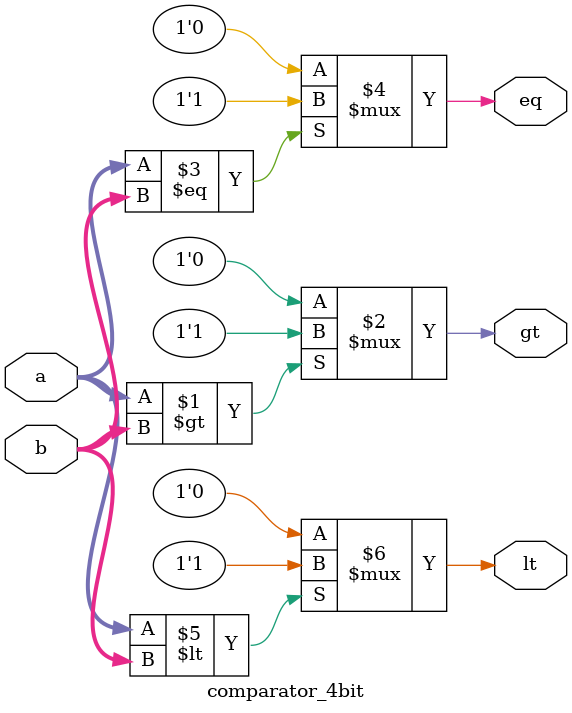
<source format=v>
`timescale 1ns/1ps
module comparator_4bit (
	input wire [3:0] a,
	input wire [3:0] b,
	output wire gt,
	output wire eq,
	output wire lt
);

	assign gt= ( a > b )? 1'b1 : 1'b0;
	assign eq= ( a == b )? 1'b1 : 1'b0;
	assign lt= ( a < b )? 1'b1 : 1'b0;
	
endmodule
	
</source>
